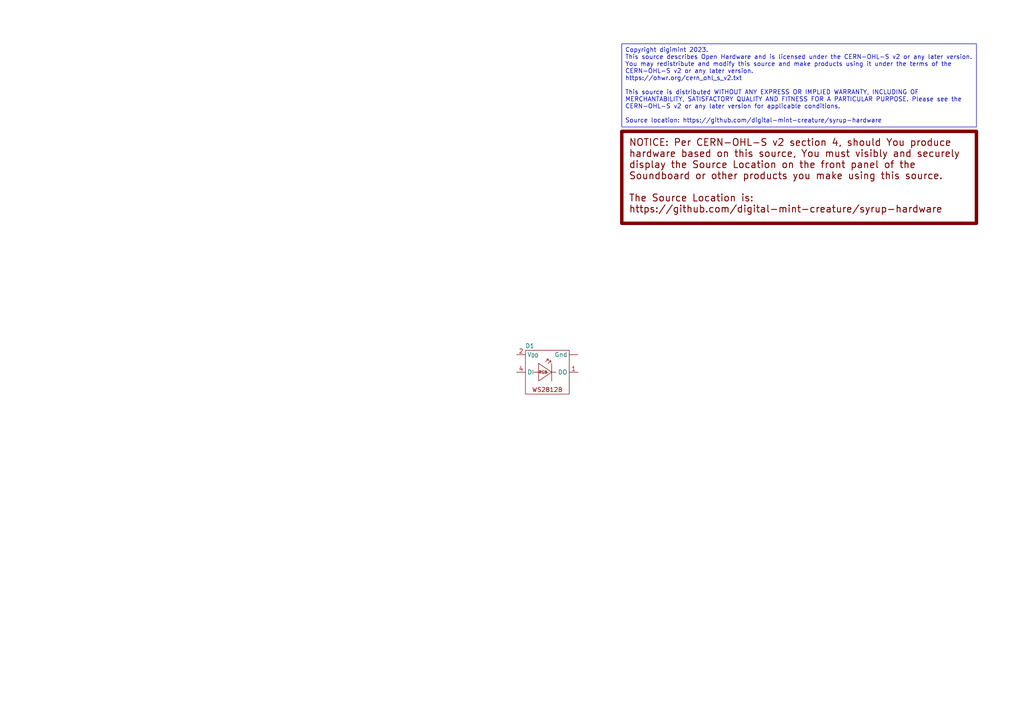
<source format=kicad_sch>
(kicad_sch (version 20230121) (generator eeschema)
  (paper "A4")
  (title_block (rev "0.1.0") (company "https://twitch.tv/digimint") (comment 1 "Source Location: https://github.com/digital-mint-creature/syrup-hardware") (comment 3 "Licensed under CERN-OHL- v2 or any later version") (comment 4 "Copyright digimint 2023"))
  (lib_symbols
    (symbol "syrup:XL-1615RGBC-WS2812B"
      (property "Reference" "D" (at -5.08 7.62 0))
      (symbol "XL-1615RGBC-WS2812B_0_1"
        (rectangle (start -6.35 6.35) (end 6.35 -6.35))
        (polyline (pts (xy -3.81 0) (xy -2.54 0)))
        (polyline (pts (xy 0.254 3.81) (xy 0.254 3.302)))
        (polyline (pts (xy 1.016 3.302) (xy 1.016 2.794)))
        (polyline (pts (xy 1.27 0) (xy 2.54 0)))
        (polyline (pts (xy 1.27 2.54) (xy 1.27 -2.54)))
        (polyline (pts (xy -0.508 3.048) (xy 0.254 3.81) (xy -0.254 3.81)))
        (polyline (pts (xy 0.254 2.54) (xy 1.016 3.302) (xy 0.508 3.302)))
        (polyline (pts (xy -2.54 2.54) (xy -2.54 -1.27) (xy -2.54 -2.54) (xy 1.27 0) (xy -2.54 2.54)))
      )
      (symbol "XL-1615RGBC-WS2812B_1_1"
        (text "RGB" (at -1.27 0 0) (effects (font (size 0.8 0.8))))
        (text "WS2812B" (at 0 -5.08 0) (effects (font (size 1.27 1.27))))
        (pin power_in line (at 8.89 5.08 180) (length 2.54) (name "Gnd") (number ""))
        (pin output line (at 8.89 0 180) (length 2.54) (name "DO") (number "1"))
        (pin power_in line (at -8.89 5.08 0) (length 2.54) (name "V_{DD}") (number "2"))
        (pin input line (at -8.89 0 0) (length 2.54) (name "DI") (number "4"))
      )
    )
  )
  (text_box "NOTICE: Per CERN-OHL-S v2 section 4, should You produce hardware based on this source, You must visibly and securely display the Source Location on the front panel of the Soundboard or other products you make using this source.\n\nThe Source Location is:\nhttps://github.com/digital-mint-creature/syrup-hardware" (at 180.34 38.1 0) (size 102.87 26.67) (stroke (width 1) (color 122 0 0 1)) (effects (font (size 2 2) (thickness 0.254) bold) (justify left top)))
  (text_box "Copyright digimint 2023.\nThis source describes Open Hardware and is licensed under the CERN-OHL-S v2 or any later version.\nYou may redistribute and modify this source and make products using it under the terms of the CERN-OHL-S v2 or any later version.\nhttps://ohwr.org/cern_ohl_s_v2.txt\n\nThis source is distributed WITHOUT ANY EXPRESS OR IMPLIED WARRANTY, INCLUDING OF MERCHANTABILITY, SATISFACTORY QUALITY AND FITNESS FOR A PARTICULAR PURPOSE. Please see the CERN-OHL-S v2 or any later version for applicable conditions.\n\nSource location: https://github.com/digital-mint-creature/syrup-hardware" (at 180.34 12.7 0) (size 102.87 24.13) (effects (font (size 1.27 1.27)) (justify left top)))
  (symbol (lib_id "syrup:XL-1615RGBC-WS2812B") (at 158.75 107.95 0) (unit 1)
    (property "Reference" "D1" (at 153.67 100.33 0))
    (property "Value" "~" (at 158.75 107.95 0))
  )
)
</source>
